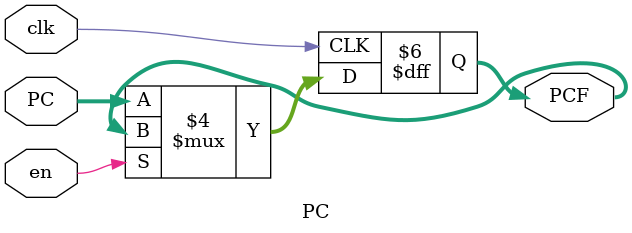
<source format=v>
`timescale 1ns / 1ps


module PC(
    input clk,
    input en,
    input [31:0] PC,
    output reg [31:0] PCF
    );
    initial PCF = 32'b0;
    always@(posedge clk)begin
        if(~en) PCF <= PC;
    end
endmodule

</source>
